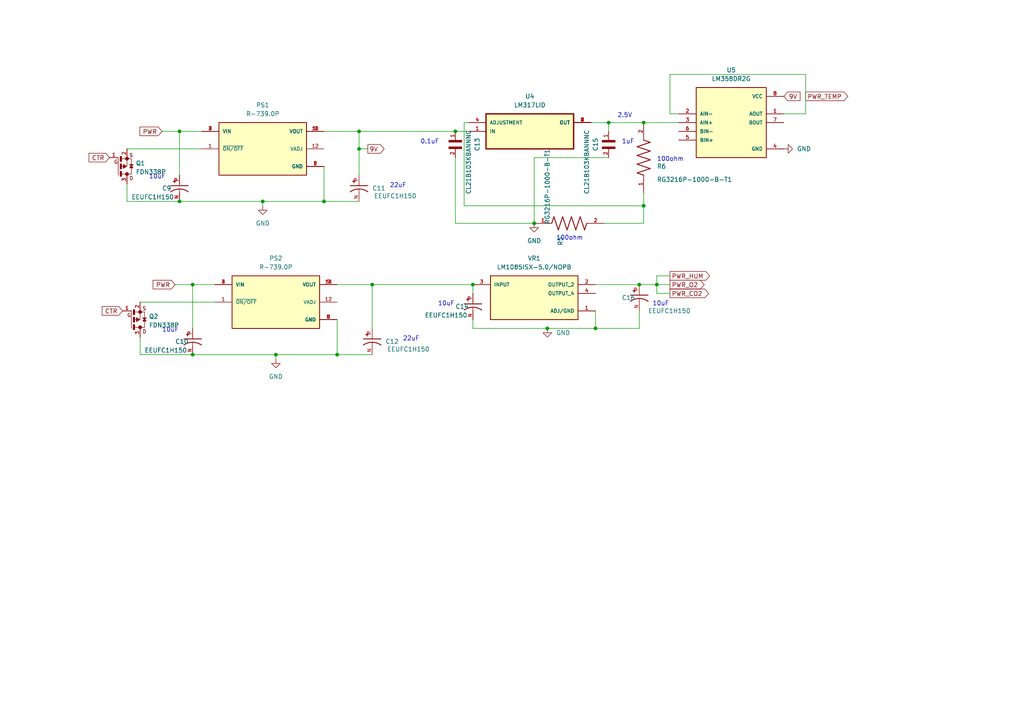
<source format=kicad_sch>
(kicad_sch (version 20211123) (generator eeschema)

  (uuid 20c6298d-9b7e-4eb8-9818-85d3b3851f75)

  (paper "A4")

  (title_block
    (title "Conversores")
    (date "2023-06-18")
    (company "UC3M")
    (comment 1 "En la parte inferior se muestra la alimentación de 5V estables para el resto de sensores de hoja.")
    (comment 2 "También, se muestra la alimentación de los amplificadores operacionales (9V).")
    (comment 3 "En el superior se muestra la alimentación del sensor de temperatura que necesita 2.5V de forma estable.")
    (comment 4 "Se utilizan dos conversores para alimentar de forma adecuada todo el sistema.")
  )

  (lib_symbols
    (symbol "CL21B103KBANNNC:CL21B103KBANNNC" (pin_names (offset 1.016)) (in_bom yes) (on_board yes)
      (property "Reference" "C" (id 0) (at 0 3.81 0)
        (effects (font (size 1.27 1.27)) (justify left bottom))
      )
      (property "Value" "CL21B103KBANNNC" (id 1) (at 0 -5.08 0)
        (effects (font (size 1.27 1.27)) (justify left bottom))
      )
      (property "Footprint" "CAPC2012X140N" (id 2) (at 0 0 0)
        (effects (font (size 1.27 1.27)) (justify bottom) hide)
      )
      (property "Datasheet" "" (id 3) (at 0 0 0)
        (effects (font (size 1.27 1.27)) hide)
      )
      (symbol "CL21B103KBANNNC_0_0"
        (rectangle (start 0 -1.905) (end 0.635 1.905)
          (stroke (width 0.1) (type default) (color 0 0 0 0))
          (fill (type outline))
        )
        (rectangle (start 1.905 -1.905) (end 2.54 1.905)
          (stroke (width 0.1) (type default) (color 0 0 0 0))
          (fill (type outline))
        )
        (pin passive line (at 5.08 0 180) (length 2.54)
          (name "~" (effects (font (size 1.016 1.016))))
          (number "1" (effects (font (size 1.016 1.016))))
        )
        (pin passive line (at -2.54 0 0) (length 2.54)
          (name "~" (effects (font (size 1.016 1.016))))
          (number "2" (effects (font (size 1.016 1.016))))
        )
      )
    )
    (symbol "EEUFC1H150:EEUFC1H150" (pin_names (offset 1.016)) (in_bom yes) (on_board yes)
      (property "Reference" "C" (id 0) (at -2.54 3.81 0)
        (effects (font (size 1.27 1.27)) (justify left bottom))
      )
      (property "Value" "EEUFC1H150" (id 1) (at -2.54 -5.08 0)
        (effects (font (size 1.27 1.27)) (justify left bottom))
      )
      (property "Footprint" "CAPPRD200W50D500H1100" (id 2) (at 0 0 0)
        (effects (font (size 1.27 1.27)) (justify bottom) hide)
      )
      (property "Datasheet" "" (id 3) (at 0 0 0)
        (effects (font (size 1.27 1.27)) hide)
      )
      (property "MF" "PANASONIC" (id 4) (at 0 0 0)
        (effects (font (size 1.27 1.27)) (justify bottom) hide)
      )
      (property "b_max" "0.55" (id 5) (at 0 0 0)
        (effects (font (size 1.27 1.27)) (justify bottom) hide)
      )
      (property "DESCRIPTION" "FC-A" (id 6) (at 0 0 0)
        (effects (font (size 1.27 1.27)) (justify bottom) hide)
      )
      (property "b_nom" "0.5" (id 7) (at 0 0 0)
        (effects (font (size 1.27 1.27)) (justify bottom) hide)
      )
      (property "PARTREV" "20-DEC-19" (id 8) (at 0 0 0)
        (effects (font (size 1.27 1.27)) (justify bottom) hide)
      )
      (property "A_max" "11" (id 9) (at 0 0 0)
        (effects (font (size 1.27 1.27)) (justify bottom) hide)
      )
      (property "D_nom" "5" (id 10) (at 0 0 0)
        (effects (font (size 1.27 1.27)) (justify bottom) hide)
      )
      (property "e_nom" "2" (id 11) (at 0 0 0)
        (effects (font (size 1.27 1.27)) (justify bottom) hide)
      )
      (symbol "EEUFC1H150_0_0"
        (rectangle (start -1.173 -1.532) (end -0.284 -1.405)
          (stroke (width 0.1) (type default) (color 0 0 0 0))
          (fill (type outline))
        )
        (rectangle (start -0.792 -1.913) (end -0.665 -1.024)
          (stroke (width 0.1) (type default) (color 0 0 0 0))
          (fill (type outline))
        )
        (polyline
          (pts
            (xy 0 0)
            (xy 0.508 0)
          )
          (stroke (width 0.1524) (type default) (color 0 0 0 0))
          (fill (type none))
        )
        (polyline
          (pts
            (xy 0.508 0)
            (xy 0.508 -2.54)
          )
          (stroke (width 0.254) (type default) (color 0 0 0 0))
          (fill (type none))
        )
        (polyline
          (pts
            (xy 0.508 2.54)
            (xy 0.508 0)
          )
          (stroke (width 0.254) (type default) (color 0 0 0 0))
          (fill (type none))
        )
        (polyline
          (pts
            (xy 2.54 0)
            (xy 1.524 0)
          )
          (stroke (width 0.1524) (type default) (color 0 0 0 0))
          (fill (type none))
        )
        (arc (start 2.286 2.54) (mid 1.4851 0) (end 2.286 -2.54)
          (stroke (width 0.254) (type default) (color 0 0 0 0))
          (fill (type none))
        )
        (pin passive line (at 5.08 0 180) (length 2.54)
          (name "~" (effects (font (size 1.016 1.016))))
          (number "N" (effects (font (size 1.016 1.016))))
        )
        (pin passive line (at -2.54 0 0) (length 2.54)
          (name "~" (effects (font (size 1.016 1.016))))
          (number "P" (effects (font (size 1.016 1.016))))
        )
      )
    )
    (symbol "FDN338P:FDN338P" (pin_names (offset 1.016)) (in_bom yes) (on_board yes)
      (property "Reference" "Q" (id 0) (at 2.5409 0 0)
        (effects (font (size 1.27 1.27)) (justify left bottom))
      )
      (property "Value" "FDN338P" (id 1) (at 2.5438 -2.5438 0)
        (effects (font (size 1.27 1.27)) (justify left bottom))
      )
      (property "Footprint" "SSOT-3" (id 2) (at 0 0 0)
        (effects (font (size 1.27 1.27)) (justify bottom) hide)
      )
      (property "Datasheet" "" (id 3) (at 0 0 0)
        (effects (font (size 1.27 1.27)) hide)
      )
      (symbol "FDN338P_0_0"
        (rectangle (start -2.036 -2.9268) (end -1.524 -1.397)
          (stroke (width 0.1) (type default) (color 0 0 0 0))
          (fill (type outline))
        )
        (rectangle (start -2.0328 -0.7623) (end -1.524 0.762)
          (stroke (width 0.1) (type default) (color 0 0 0 0))
          (fill (type outline))
        )
        (rectangle (start -2.0327 1.3975) (end -1.524 2.921)
          (stroke (width 0.1) (type default) (color 0 0 0 0))
          (fill (type outline))
        )
        (circle (center 0 -2.2225) (radius 0.127)
          (stroke (width 0.4064) (type default) (color 0 0 0 0))
          (fill (type none))
        )
        (polyline
          (pts
            (xy -2.54 -2.54)
            (xy -2.54 2.54)
          )
          (stroke (width 0.1524) (type default) (color 0 0 0 0))
          (fill (type none))
        )
        (polyline
          (pts
            (xy -1.905 -2.2225)
            (xy 0 -2.2225)
          )
          (stroke (width 0.1524) (type default) (color 0 0 0 0))
          (fill (type none))
        )
        (polyline
          (pts
            (xy -1.5875 2.2225)
            (xy 0 2.2225)
          )
          (stroke (width 0.1524) (type default) (color 0 0 0 0))
          (fill (type none))
        )
        (polyline
          (pts
            (xy -1.0795 0)
            (xy -1.905 0)
          )
          (stroke (width 0.1524) (type default) (color 0 0 0 0))
          (fill (type none))
        )
        (polyline
          (pts
            (xy 0 -2.2225)
            (xy 0 -2.54)
          )
          (stroke (width 0.1524) (type default) (color 0 0 0 0))
          (fill (type none))
        )
        (polyline
          (pts
            (xy 0 0)
            (xy 0 -2.2225)
          )
          (stroke (width 0.1524) (type default) (color 0 0 0 0))
          (fill (type none))
        )
        (polyline
          (pts
            (xy 0 2.2225)
            (xy 1.27 2.2225)
          )
          (stroke (width 0.1524) (type default) (color 0 0 0 0))
          (fill (type none))
        )
        (polyline
          (pts
            (xy 0 2.54)
            (xy 0 2.2225)
          )
          (stroke (width 0.1524) (type default) (color 0 0 0 0))
          (fill (type none))
        )
        (polyline
          (pts
            (xy 1.27 -2.2225)
            (xy 0 -2.2225)
          )
          (stroke (width 0.1524) (type default) (color 0 0 0 0))
          (fill (type none))
        )
        (polyline
          (pts
            (xy 1.27 2.2225)
            (xy 1.27 -2.2225)
          )
          (stroke (width 0.1524) (type default) (color 0 0 0 0))
          (fill (type none))
        )
        (polyline
          (pts
            (xy -0.0635 0)
            (xy -1.0795 -0.635)
            (xy -1.0795 0.635)
            (xy -0.0635 0)
          )
          (stroke (width 0.1016) (type default) (color 0 0 0 0))
          (fill (type outline))
        )
        (polyline
          (pts
            (xy 1.27 -0.3175)
            (xy 1.778 0.4445)
            (xy 0.762 0.4445)
            (xy 1.27 -0.3175)
          )
          (stroke (width 0.1524) (type default) (color 0 0 0 0))
          (fill (type outline))
        )
        (circle (center 0 2.2225) (radius 0.127)
          (stroke (width 0.4064) (type default) (color 0 0 0 0))
          (fill (type none))
        )
        (rectangle (start 0.7623 -0.5717) (end 1.778 -0.3175)
          (stroke (width 0.1) (type default) (color 0 0 0 0))
          (fill (type outline))
        )
        (text "D" (at 0.6355 2.8596 0)
          (effects (font (size 1.0168 1.0168)) (justify left bottom))
        )
        (text "G" (at -3.8111 -1.9055 0)
          (effects (font (size 1.0163 1.0163)) (justify left bottom))
        )
        (text "S" (at 0.6359 -3.8153 0)
          (effects (font (size 1.0174 1.0174)) (justify left bottom))
        )
        (pin passive line (at -5.08 -2.54 0) (length 2.54)
          (name "~" (effects (font (size 1.016 1.016))))
          (number "1" (effects (font (size 1.016 1.016))))
        )
        (pin passive line (at 0 -5.08 90) (length 2.54)
          (name "~" (effects (font (size 1.016 1.016))))
          (number "2" (effects (font (size 1.016 1.016))))
        )
        (pin passive line (at 0 5.08 270) (length 2.54)
          (name "~" (effects (font (size 1.016 1.016))))
          (number "3" (effects (font (size 1.016 1.016))))
        )
      )
    )
    (symbol "LM1085ISX-5.0_NOPB:LM1085ISX-5.0{slash}NOPB" (pin_names (offset 1.016)) (in_bom yes) (on_board yes)
      (property "Reference" "VR" (id 0) (at -12.7 5.842 0)
        (effects (font (size 1.27 1.27)) (justify left bottom))
      )
      (property "Value" "LM1085ISX-5.0{slash}NOPB" (id 1) (at -12.7 -8.382 0)
        (effects (font (size 1.27 1.27)) (justify left top))
      )
      (property "Footprint" "TO254P1435X464-4N" (id 2) (at 0 0 0)
        (effects (font (size 1.27 1.27)) (justify bottom) hide)
      )
      (property "Datasheet" "" (id 3) (at 0 0 0)
        (effects (font (size 1.27 1.27)) hide)
      )
      (property "PARTREV" "I" (id 4) (at 0 0 0)
        (effects (font (size 1.27 1.27)) (justify bottom) hide)
      )
      (property "STANDARD" "IPC-7351B" (id 5) (at 0 0 0)
        (effects (font (size 1.27 1.27)) (justify bottom) hide)
      )
      (property "MAXIMUM_PACKAGE_HEIGHT" "4.64 mm" (id 6) (at 0 0 0)
        (effects (font (size 1.27 1.27)) (justify bottom) hide)
      )
      (property "MANUFACTURER" "Texas Instruments" (id 7) (at 0 0 0)
        (effects (font (size 1.27 1.27)) (justify bottom) hide)
      )
      (symbol "LM1085ISX-5.0{slash}NOPB_0_0"
        (rectangle (start -12.7 -7.62) (end 12.7 5.08)
          (stroke (width 0.254) (type default) (color 0 0 0 0))
          (fill (type background))
        )
        (pin power_in line (at 17.78 -5.08 180) (length 5.08)
          (name "ADJ/GND" (effects (font (size 1.016 1.016))))
          (number "1" (effects (font (size 1.016 1.016))))
        )
        (pin output line (at 17.78 2.54 180) (length 5.08)
          (name "OUTPUT_2" (effects (font (size 1.016 1.016))))
          (number "2" (effects (font (size 1.016 1.016))))
        )
        (pin input line (at -17.78 2.54 0) (length 5.08)
          (name "INPUT" (effects (font (size 1.016 1.016))))
          (number "3" (effects (font (size 1.016 1.016))))
        )
        (pin output line (at 17.78 0 180) (length 5.08)
          (name "OUTPUT_4" (effects (font (size 1.016 1.016))))
          (number "4" (effects (font (size 1.016 1.016))))
        )
      )
    )
    (symbol "LM317LID:LM317LID" (pin_names (offset 1.016)) (in_bom yes) (on_board yes)
      (property "Reference" "U" (id 0) (at -12.7 6.08 0)
        (effects (font (size 1.27 1.27)) (justify left bottom))
      )
      (property "Value" "LM317LID" (id 1) (at -12.7 -9.08 0)
        (effects (font (size 1.27 1.27)) (justify left bottom))
      )
      (property "Footprint" "SOIC127P599X175-8N" (id 2) (at 0 0 0)
        (effects (font (size 1.27 1.27)) (justify bottom) hide)
      )
      (property "Datasheet" "" (id 3) (at 0 0 0)
        (effects (font (size 1.27 1.27)) hide)
      )
      (symbol "LM317LID_0_0"
        (rectangle (start -12.7 -5.08) (end 12.7 5.08)
          (stroke (width 0.41) (type default) (color 0 0 0 0))
          (fill (type background))
        )
        (pin input line (at -17.78 0 0) (length 5.08)
          (name "IN" (effects (font (size 1.016 1.016))))
          (number "1" (effects (font (size 1.016 1.016))))
        )
        (pin output line (at 17.78 2.54 180) (length 5.08)
          (name "OUT" (effects (font (size 1.016 1.016))))
          (number "2" (effects (font (size 1.016 1.016))))
        )
        (pin output line (at 17.78 2.54 180) (length 5.08)
          (name "OUT" (effects (font (size 1.016 1.016))))
          (number "3" (effects (font (size 1.016 1.016))))
        )
        (pin input line (at -17.78 2.54 0) (length 5.08)
          (name "ADJUSTMENT" (effects (font (size 1.016 1.016))))
          (number "4" (effects (font (size 1.016 1.016))))
        )
        (pin output line (at 17.78 2.54 180) (length 5.08)
          (name "OUT" (effects (font (size 1.016 1.016))))
          (number "6" (effects (font (size 1.016 1.016))))
        )
        (pin output line (at 17.78 2.54 180) (length 5.08)
          (name "OUT" (effects (font (size 1.016 1.016))))
          (number "7" (effects (font (size 1.016 1.016))))
        )
      )
    )
    (symbol "LM358DR2G:LM358DR2G" (pin_names (offset 1.016)) (in_bom yes) (on_board yes)
      (property "Reference" "U" (id 0) (at -10.1755 10.1755 0)
        (effects (font (size 1.27 1.27)) (justify left bottom))
      )
      (property "Value" "LM358DR2G" (id 1) (at -10.1775 -12.7219 0)
        (effects (font (size 1.27 1.27)) (justify left bottom))
      )
      (property "Footprint" "SOIC127P600X175-8N" (id 2) (at 0 0 0)
        (effects (font (size 1.27 1.27)) (justify bottom) hide)
      )
      (property "Datasheet" "" (id 3) (at 0 0 0)
        (effects (font (size 1.27 1.27)) hide)
      )
      (property "MANUFACTURER" "ON Semiconductor" (id 4) (at 0 0 0)
        (effects (font (size 1.27 1.27)) (justify bottom) hide)
      )
      (symbol "LM358DR2G_0_0"
        (rectangle (start -10.16 -10.16) (end 10.16 10.16)
          (stroke (width 0.254) (type default) (color 0 0 0 0))
          (fill (type background))
        )
        (pin output line (at 15.24 2.54 180) (length 5.08)
          (name "AOUT" (effects (font (size 1.016 1.016))))
          (number "1" (effects (font (size 1.016 1.016))))
        )
        (pin input line (at -15.24 2.54 0) (length 5.08)
          (name "AIN-" (effects (font (size 1.016 1.016))))
          (number "2" (effects (font (size 1.016 1.016))))
        )
        (pin input line (at -15.24 0 0) (length 5.08)
          (name "AIN+" (effects (font (size 1.016 1.016))))
          (number "3" (effects (font (size 1.016 1.016))))
        )
        (pin passive line (at 15.24 -7.62 180) (length 5.08)
          (name "GND" (effects (font (size 1.016 1.016))))
          (number "4" (effects (font (size 1.016 1.016))))
        )
        (pin input line (at -15.24 -5.08 0) (length 5.08)
          (name "BIN+" (effects (font (size 1.016 1.016))))
          (number "5" (effects (font (size 1.016 1.016))))
        )
        (pin input line (at -15.24 -2.54 0) (length 5.08)
          (name "BIN-" (effects (font (size 1.016 1.016))))
          (number "6" (effects (font (size 1.016 1.016))))
        )
        (pin output line (at 15.24 0 180) (length 5.08)
          (name "BOUT" (effects (font (size 1.016 1.016))))
          (number "7" (effects (font (size 1.016 1.016))))
        )
        (pin power_in line (at 15.24 7.62 180) (length 5.08)
          (name "VCC" (effects (font (size 1.016 1.016))))
          (number "8" (effects (font (size 1.016 1.016))))
        )
      )
    )
    (symbol "R-739.0P:R-739.0P" (pin_names (offset 1.016)) (in_bom yes) (on_board yes)
      (property "Reference" "PS" (id 0) (at -12.7039 8.8979 0)
        (effects (font (size 1.27 1.27)) (justify left bottom))
      )
      (property "Value" "R-739.0P" (id 1) (at -12.7014 -10.1627 0)
        (effects (font (size 1.27 1.27)) (justify left bottom))
      )
      (property "Footprint" "CONV_R-739.0P" (id 2) (at 0 0 0)
        (effects (font (size 1.27 1.27)) (justify bottom) hide)
      )
      (property "Datasheet" "" (id 3) (at 0 0 0)
        (effects (font (size 1.27 1.27)) hide)
      )
      (property "PARTREV" "5" (id 4) (at 0 0 0)
        (effects (font (size 1.27 1.27)) (justify bottom) hide)
      )
      (property "STANDARD" "Manufacturer Recommendations" (id 5) (at 0 0 0)
        (effects (font (size 1.27 1.27)) (justify bottom) hide)
      )
      (property "MAXIMUM_PACKAGE_HEIGHT" "15.00mm" (id 6) (at 0 0 0)
        (effects (font (size 1.27 1.27)) (justify bottom) hide)
      )
      (property "MANUFACTURER" "RECOM" (id 7) (at 0 0 0)
        (effects (font (size 1.27 1.27)) (justify bottom) hide)
      )
      (symbol "R-739.0P_0_0"
        (rectangle (start -12.7 -7.62) (end 12.7 7.62)
          (stroke (width 0.254) (type default) (color 0 0 0 0))
          (fill (type background))
        )
        (pin input line (at -17.78 0 0) (length 5.08)
          (name "~{ON/OFF}" (effects (font (size 1.016 1.016))))
          (number "1" (effects (font (size 1.016 1.016))))
        )
        (pin output line (at 17.78 5.08 180) (length 5.08)
          (name "VOUT" (effects (font (size 1.016 1.016))))
          (number "10" (effects (font (size 1.016 1.016))))
        )
        (pin output line (at 17.78 5.08 180) (length 5.08)
          (name "VOUT" (effects (font (size 1.016 1.016))))
          (number "11" (effects (font (size 1.016 1.016))))
        )
        (pin passive line (at 17.78 0 180) (length 5.08)
          (name "VADJ" (effects (font (size 1.016 1.016))))
          (number "12" (effects (font (size 1.016 1.016))))
        )
        (pin input line (at -17.78 5.08 0) (length 5.08)
          (name "VIN" (effects (font (size 1.016 1.016))))
          (number "2" (effects (font (size 1.016 1.016))))
        )
        (pin input line (at -17.78 5.08 0) (length 5.08)
          (name "VIN" (effects (font (size 1.016 1.016))))
          (number "3" (effects (font (size 1.016 1.016))))
        )
        (pin input line (at -17.78 5.08 0) (length 5.08)
          (name "VIN" (effects (font (size 1.016 1.016))))
          (number "4" (effects (font (size 1.016 1.016))))
        )
        (pin power_in line (at 17.78 -5.08 180) (length 5.08)
          (name "GND" (effects (font (size 1.016 1.016))))
          (number "5" (effects (font (size 1.016 1.016))))
        )
        (pin power_in line (at 17.78 -5.08 180) (length 5.08)
          (name "GND" (effects (font (size 1.016 1.016))))
          (number "6" (effects (font (size 1.016 1.016))))
        )
        (pin power_in line (at 17.78 -5.08 180) (length 5.08)
          (name "GND" (effects (font (size 1.016 1.016))))
          (number "7" (effects (font (size 1.016 1.016))))
        )
        (pin power_in line (at 17.78 -5.08 180) (length 5.08)
          (name "GND" (effects (font (size 1.016 1.016))))
          (number "8" (effects (font (size 1.016 1.016))))
        )
        (pin output line (at 17.78 5.08 180) (length 5.08)
          (name "VOUT" (effects (font (size 1.016 1.016))))
          (number "9" (effects (font (size 1.016 1.016))))
        )
      )
    )
    (symbol "RG3216P-1000-B-T1:RG3216P-1000-B-T1" (pin_names (offset 1.016)) (in_bom yes) (on_board yes)
      (property "Reference" "R" (id 0) (at -7.6244 2.5415 0)
        (effects (font (size 1.27 1.27)) (justify left bottom))
      )
      (property "Value" "RG3216P-1000-B-T1" (id 1) (at -7.63 -5.0866 0)
        (effects (font (size 1.27 1.27)) (justify left bottom))
      )
      (property "Footprint" "RESC3216X50N" (id 2) (at 0 0 0)
        (effects (font (size 1.27 1.27)) (justify bottom) hide)
      )
      (property "Datasheet" "" (id 3) (at 0 0 0)
        (effects (font (size 1.27 1.27)) hide)
      )
      (symbol "RG3216P-1000-B-T1_0_0"
        (polyline
          (pts
            (xy -5.08 0)
            (xy -4.445 1.905)
          )
          (stroke (width 0.254) (type default) (color 0 0 0 0))
          (fill (type none))
        )
        (polyline
          (pts
            (xy -4.445 1.905)
            (xy -3.175 -1.905)
          )
          (stroke (width 0.254) (type default) (color 0 0 0 0))
          (fill (type none))
        )
        (polyline
          (pts
            (xy -3.175 -1.905)
            (xy -1.905 1.905)
          )
          (stroke (width 0.254) (type default) (color 0 0 0 0))
          (fill (type none))
        )
        (polyline
          (pts
            (xy -1.905 1.905)
            (xy -0.635 -1.905)
          )
          (stroke (width 0.254) (type default) (color 0 0 0 0))
          (fill (type none))
        )
        (polyline
          (pts
            (xy -0.635 -1.905)
            (xy 0.635 1.905)
          )
          (stroke (width 0.254) (type default) (color 0 0 0 0))
          (fill (type none))
        )
        (polyline
          (pts
            (xy 0.635 1.905)
            (xy 1.905 -1.905)
          )
          (stroke (width 0.254) (type default) (color 0 0 0 0))
          (fill (type none))
        )
        (polyline
          (pts
            (xy 1.905 -1.905)
            (xy 3.175 1.905)
          )
          (stroke (width 0.254) (type default) (color 0 0 0 0))
          (fill (type none))
        )
        (polyline
          (pts
            (xy 3.175 1.905)
            (xy 4.445 -1.905)
          )
          (stroke (width 0.254) (type default) (color 0 0 0 0))
          (fill (type none))
        )
        (polyline
          (pts
            (xy 4.445 -1.905)
            (xy 5.08 0)
          )
          (stroke (width 0.254) (type default) (color 0 0 0 0))
          (fill (type none))
        )
        (pin passive line (at -10.16 0 0) (length 5.08)
          (name "~" (effects (font (size 1.016 1.016))))
          (number "1" (effects (font (size 1.016 1.016))))
        )
        (pin passive line (at 10.16 0 180) (length 5.08)
          (name "~" (effects (font (size 1.016 1.016))))
          (number "2" (effects (font (size 1.016 1.016))))
        )
      )
    )
    (symbol "power:GND" (power) (pin_names (offset 0)) (in_bom yes) (on_board yes)
      (property "Reference" "#PWR" (id 0) (at 0 -6.35 0)
        (effects (font (size 1.27 1.27)) hide)
      )
      (property "Value" "GND" (id 1) (at 0 -3.81 0)
        (effects (font (size 1.27 1.27)))
      )
      (property "Footprint" "" (id 2) (at 0 0 0)
        (effects (font (size 1.27 1.27)) hide)
      )
      (property "Datasheet" "" (id 3) (at 0 0 0)
        (effects (font (size 1.27 1.27)) hide)
      )
      (property "ki_keywords" "power-flag" (id 4) (at 0 0 0)
        (effects (font (size 1.27 1.27)) hide)
      )
      (property "ki_description" "Power symbol creates a global label with name \"GND\" , ground" (id 5) (at 0 0 0)
        (effects (font (size 1.27 1.27)) hide)
      )
      (symbol "GND_0_1"
        (polyline
          (pts
            (xy 0 0)
            (xy 0 -1.27)
            (xy 1.27 -1.27)
            (xy 0 -2.54)
            (xy -1.27 -1.27)
            (xy 0 -1.27)
          )
          (stroke (width 0) (type default) (color 0 0 0 0))
          (fill (type none))
        )
      )
      (symbol "GND_1_1"
        (pin power_in line (at 0 0 270) (length 0) hide
          (name "GND" (effects (font (size 1.27 1.27))))
          (number "1" (effects (font (size 1.27 1.27))))
        )
      )
    )
  )

  (junction (at 104.14 43.18) (diameter 0) (color 0 0 0 0)
    (uuid 09139c6f-4704-4bb8-999c-05e8269bbc91)
  )
  (junction (at 97.79 102.87) (diameter 0) (color 0 0 0 0)
    (uuid 0eb018bd-1db8-4f5d-b7e3-fcc1f6a1ef43)
  )
  (junction (at 185.42 82.55) (diameter 0) (color 0 0 0 0)
    (uuid 21aa3389-4205-496c-9153-72732bb0b167)
  )
  (junction (at 172.72 95.25) (diameter 0) (color 0 0 0 0)
    (uuid 247806b6-8c4e-4d00-9832-6b66e70de8c2)
  )
  (junction (at 154.94 64.77) (diameter 0) (color 0 0 0 0)
    (uuid 48ba6512-c8e1-4f57-9574-33e7da058265)
  )
  (junction (at 176.53 35.56) (diameter 0) (color 0 0 0 0)
    (uuid 4fdc747d-eda4-4737-8ce5-6764a02be7e5)
  )
  (junction (at 132.08 38.1) (diameter 0) (color 0 0 0 0)
    (uuid 51f402c5-e7c1-4865-b940-2b75c938859d)
  )
  (junction (at 137.16 82.55) (diameter 0) (color 0 0 0 0)
    (uuid 697ded38-d13c-46ec-9308-b18989817ef7)
  )
  (junction (at 158.75 95.25) (diameter 0) (color 0 0 0 0)
    (uuid 6f8e6d80-5fd8-47f5-a047-145cf4c2d230)
  )
  (junction (at 55.88 82.55) (diameter 0) (color 0 0 0 0)
    (uuid 80f75b6e-4925-468b-8e2b-698064806518)
  )
  (junction (at 104.14 38.1) (diameter 0) (color 0 0 0 0)
    (uuid 986374b0-6eb6-48fb-89bb-3cd71a30ee78)
  )
  (junction (at 93.98 58.42) (diameter 0) (color 0 0 0 0)
    (uuid a2a354be-fb5d-4145-8fea-bcc5c6962985)
  )
  (junction (at 186.69 59.69) (diameter 0) (color 0 0 0 0)
    (uuid aad9d7cf-5923-491a-8fde-eeea6f0570a1)
  )
  (junction (at 80.01 102.87) (diameter 0) (color 0 0 0 0)
    (uuid ad35e48f-2b60-4965-a552-e01e414d4900)
  )
  (junction (at 52.07 58.42) (diameter 0) (color 0 0 0 0)
    (uuid ada3764d-d193-4485-88b8-5b34ea580fb3)
  )
  (junction (at 186.69 35.56) (diameter 0) (color 0 0 0 0)
    (uuid b063a47b-a25c-4673-bb03-5b1605ee1723)
  )
  (junction (at 107.95 82.55) (diameter 0) (color 0 0 0 0)
    (uuid b7ad4097-9602-4ce2-ab94-3e018c575cc4)
  )
  (junction (at 190.5 82.55) (diameter 0) (color 0 0 0 0)
    (uuid c57fff1e-9169-4016-8bca-0be8bc46ca45)
  )
  (junction (at 76.2 58.42) (diameter 0) (color 0 0 0 0)
    (uuid efce5d69-f787-4b8d-83a7-d569d4d68d6b)
  )
  (junction (at 52.07 38.1) (diameter 0) (color 0 0 0 0)
    (uuid f3d8b89c-110e-44c2-99e5-a88d3df0faee)
  )
  (junction (at 55.88 102.87) (diameter 0) (color 0 0 0 0)
    (uuid f3dbd74b-ac86-4b2c-9a37-3a07a721dbb9)
  )

  (wire (pts (xy 52.07 58.42) (xy 76.2 58.42))
    (stroke (width 0) (type default) (color 0 0 0 0))
    (uuid 03139563-269b-4cc0-8ff0-b936781f29c7)
  )
  (wire (pts (xy 186.69 64.77) (xy 186.69 59.69))
    (stroke (width 0) (type default) (color 0 0 0 0))
    (uuid 040229e7-3112-4081-a741-e5a21eaeeb74)
  )
  (wire (pts (xy 52.07 50.8) (xy 52.07 38.1))
    (stroke (width 0) (type default) (color 0 0 0 0))
    (uuid 063624f7-911c-4701-a7a5-6e671014e31d)
  )
  (wire (pts (xy 97.79 82.55) (xy 107.95 82.55))
    (stroke (width 0) (type default) (color 0 0 0 0))
    (uuid 06aaa55c-b1cf-49ed-bdb3-f64c09295935)
  )
  (wire (pts (xy 80.01 102.87) (xy 97.79 102.87))
    (stroke (width 0) (type default) (color 0 0 0 0))
    (uuid 1824ad9e-9ae7-4cc3-96bd-c28ef07f0c72)
  )
  (wire (pts (xy 185.42 95.25) (xy 172.72 95.25))
    (stroke (width 0) (type default) (color 0 0 0 0))
    (uuid 18af04f8-9aa1-4df8-8cb4-7fe30f6b15e0)
  )
  (wire (pts (xy 172.72 95.25) (xy 158.75 95.25))
    (stroke (width 0) (type default) (color 0 0 0 0))
    (uuid 1a438c78-4d7a-42e7-be1a-c41357edabd9)
  )
  (wire (pts (xy 97.79 92.71) (xy 97.79 102.87))
    (stroke (width 0) (type default) (color 0 0 0 0))
    (uuid 2209867c-cf53-44f4-989d-9fa22d2ccd3a)
  )
  (wire (pts (xy 40.64 87.63) (xy 62.23 87.63))
    (stroke (width 0) (type default) (color 0 0 0 0))
    (uuid 2c16d44e-62f1-4893-a94b-429494654e60)
  )
  (wire (pts (xy 186.69 59.69) (xy 186.69 55.88))
    (stroke (width 0) (type default) (color 0 0 0 0))
    (uuid 31dc9139-a68a-4953-9663-7c31e55b9b17)
  )
  (wire (pts (xy 154.94 45.72) (xy 154.94 64.77))
    (stroke (width 0) (type default) (color 0 0 0 0))
    (uuid 37cb41d7-938c-4f3c-90eb-06db59c27093)
  )
  (wire (pts (xy 55.88 95.25) (xy 55.88 82.55))
    (stroke (width 0) (type default) (color 0 0 0 0))
    (uuid 385e5349-952d-45f9-a0d9-643f1419a212)
  )
  (wire (pts (xy 52.07 38.1) (xy 58.42 38.1))
    (stroke (width 0) (type default) (color 0 0 0 0))
    (uuid 3ada8209-b532-4538-82a3-53c32610af37)
  )
  (wire (pts (xy 76.2 58.42) (xy 93.98 58.42))
    (stroke (width 0) (type default) (color 0 0 0 0))
    (uuid 3c3a91b1-6691-4486-82c8-726057b6b924)
  )
  (wire (pts (xy 104.14 38.1) (xy 132.08 38.1))
    (stroke (width 0) (type default) (color 0 0 0 0))
    (uuid 41a39c35-6751-4407-8423-fbf241785a02)
  )
  (wire (pts (xy 190.5 82.55) (xy 190.5 85.09))
    (stroke (width 0) (type default) (color 0 0 0 0))
    (uuid 4218a21a-6000-4334-81c7-29dada943fed)
  )
  (wire (pts (xy 194.31 21.59) (xy 233.68 21.59))
    (stroke (width 0) (type default) (color 0 0 0 0))
    (uuid 4812fc0c-d2a3-4c76-b095-5015d6fad652)
  )
  (wire (pts (xy 190.5 85.09) (xy 194.31 85.09))
    (stroke (width 0) (type default) (color 0 0 0 0))
    (uuid 4a629d8f-91da-470b-898e-060f1e679869)
  )
  (wire (pts (xy 175.26 64.77) (xy 186.69 64.77))
    (stroke (width 0) (type default) (color 0 0 0 0))
    (uuid 4ae17c21-2f1d-4b18-8df5-560871ab96f7)
  )
  (wire (pts (xy 107.95 82.55) (xy 107.95 95.25))
    (stroke (width 0) (type default) (color 0 0 0 0))
    (uuid 55fcda67-cb8a-4c32-803d-f3df874674e0)
  )
  (wire (pts (xy 36.83 43.18) (xy 58.42 43.18))
    (stroke (width 0) (type default) (color 0 0 0 0))
    (uuid 583b80b5-4593-4aff-a6d1-6d830986aa97)
  )
  (wire (pts (xy 93.98 48.26) (xy 93.98 58.42))
    (stroke (width 0) (type default) (color 0 0 0 0))
    (uuid 5df8e743-99bd-490d-ba44-b35691e4a156)
  )
  (wire (pts (xy 104.14 43.18) (xy 104.14 50.8))
    (stroke (width 0) (type default) (color 0 0 0 0))
    (uuid 6167ae66-e5a1-4a16-9ddf-965ad911ddb6)
  )
  (wire (pts (xy 172.72 90.17) (xy 172.72 95.25))
    (stroke (width 0) (type default) (color 0 0 0 0))
    (uuid 6681af91-6502-4bc3-a015-67a8c702020f)
  )
  (wire (pts (xy 171.45 35.56) (xy 176.53 35.56))
    (stroke (width 0) (type default) (color 0 0 0 0))
    (uuid 69dcc505-eb84-4c98-8f7a-ed16a2e0f2c1)
  )
  (wire (pts (xy 176.53 45.72) (xy 154.94 45.72))
    (stroke (width 0) (type default) (color 0 0 0 0))
    (uuid 6c069ba7-8fb3-4bf2-b0b9-7d37843484c1)
  )
  (wire (pts (xy 132.08 64.77) (xy 154.94 64.77))
    (stroke (width 0) (type default) (color 0 0 0 0))
    (uuid 70687c47-351b-4971-8b03-4e8271c68855)
  )
  (wire (pts (xy 194.31 33.02) (xy 194.31 21.59))
    (stroke (width 0) (type default) (color 0 0 0 0))
    (uuid 70b03d22-2037-4575-aa1f-e05da18f3612)
  )
  (wire (pts (xy 172.72 82.55) (xy 185.42 82.55))
    (stroke (width 0) (type default) (color 0 0 0 0))
    (uuid 7559ed50-a789-4749-8627-ae8329fb99e4)
  )
  (wire (pts (xy 137.16 92.71) (xy 137.16 95.25))
    (stroke (width 0) (type default) (color 0 0 0 0))
    (uuid 7fb4d9db-4070-4ac5-afc3-e89d49de1c38)
  )
  (wire (pts (xy 104.14 38.1) (xy 104.14 43.18))
    (stroke (width 0) (type default) (color 0 0 0 0))
    (uuid 80902a1b-9aec-4869-8ce4-661cb94fea9d)
  )
  (wire (pts (xy 36.83 53.34) (xy 36.83 58.42))
    (stroke (width 0) (type default) (color 0 0 0 0))
    (uuid 80c1d772-f428-4f10-ba21-26c3092b4f48)
  )
  (wire (pts (xy 176.53 35.56) (xy 186.69 35.56))
    (stroke (width 0) (type default) (color 0 0 0 0))
    (uuid 8474a4d8-dd3a-47e3-8e95-8596d7b4df46)
  )
  (wire (pts (xy 176.53 35.56) (xy 176.53 38.1))
    (stroke (width 0) (type default) (color 0 0 0 0))
    (uuid 8747f22e-990f-404d-8d23-18821f6c572d)
  )
  (wire (pts (xy 80.01 102.87) (xy 80.01 104.14))
    (stroke (width 0) (type default) (color 0 0 0 0))
    (uuid 8767e04d-274f-4a89-888d-3e64b6e3e332)
  )
  (wire (pts (xy 190.5 80.01) (xy 194.31 80.01))
    (stroke (width 0) (type default) (color 0 0 0 0))
    (uuid 88bab95e-f0c2-460a-b790-7524b7b7c208)
  )
  (wire (pts (xy 185.42 82.55) (xy 190.5 82.55))
    (stroke (width 0) (type default) (color 0 0 0 0))
    (uuid 8eb5a89f-211d-4686-bbf1-5268c69d312b)
  )
  (wire (pts (xy 134.62 35.56) (xy 134.62 59.69))
    (stroke (width 0) (type default) (color 0 0 0 0))
    (uuid 9172c509-5453-44fd-8d55-5187f41bd8ff)
  )
  (wire (pts (xy 190.5 82.55) (xy 194.31 82.55))
    (stroke (width 0) (type default) (color 0 0 0 0))
    (uuid 997abed7-8191-4611-8349-5c16a9752759)
  )
  (wire (pts (xy 52.07 38.1) (xy 46.99 38.1))
    (stroke (width 0) (type default) (color 0 0 0 0))
    (uuid 9b0441ac-603d-4522-9ab7-50d179aa6df5)
  )
  (wire (pts (xy 190.5 80.01) (xy 190.5 82.55))
    (stroke (width 0) (type default) (color 0 0 0 0))
    (uuid a2599266-9387-453c-9714-a8533ecac4d3)
  )
  (wire (pts (xy 93.98 58.42) (xy 104.14 58.42))
    (stroke (width 0) (type default) (color 0 0 0 0))
    (uuid aa26e50f-25b4-4d7a-8706-31c94fc16f6c)
  )
  (wire (pts (xy 107.95 82.55) (xy 137.16 82.55))
    (stroke (width 0) (type default) (color 0 0 0 0))
    (uuid afe45e7e-191f-4e5f-9c75-aa3bb107228f)
  )
  (wire (pts (xy 36.83 58.42) (xy 52.07 58.42))
    (stroke (width 0) (type default) (color 0 0 0 0))
    (uuid b5e0605b-acf0-4f44-ba8a-4d3a22764999)
  )
  (wire (pts (xy 134.62 59.69) (xy 186.69 59.69))
    (stroke (width 0) (type default) (color 0 0 0 0))
    (uuid b6dfca2c-0415-4119-9679-4b4ef4435a15)
  )
  (wire (pts (xy 233.68 21.59) (xy 233.68 33.02))
    (stroke (width 0) (type default) (color 0 0 0 0))
    (uuid bbe3cb2f-c3a5-4c8d-9d48-11a61bed14bf)
  )
  (wire (pts (xy 233.68 33.02) (xy 227.33 33.02))
    (stroke (width 0) (type default) (color 0 0 0 0))
    (uuid bf4baee2-ac19-49b3-bc84-eb128e2d7227)
  )
  (wire (pts (xy 55.88 102.87) (xy 80.01 102.87))
    (stroke (width 0) (type default) (color 0 0 0 0))
    (uuid c5f2eab5-436e-4e98-8f0a-44735ad3af8c)
  )
  (wire (pts (xy 97.79 102.87) (xy 107.95 102.87))
    (stroke (width 0) (type default) (color 0 0 0 0))
    (uuid cba3b8a7-9a86-4821-b850-79807c61cc02)
  )
  (wire (pts (xy 104.14 43.18) (xy 106.68 43.18))
    (stroke (width 0) (type default) (color 0 0 0 0))
    (uuid cddeeb3d-008b-4847-a59e-5db96e7b073b)
  )
  (wire (pts (xy 132.08 45.72) (xy 132.08 64.77))
    (stroke (width 0) (type default) (color 0 0 0 0))
    (uuid d56fe083-f8ab-4732-9ccc-848c24452297)
  )
  (wire (pts (xy 132.08 38.1) (xy 135.89 38.1))
    (stroke (width 0) (type default) (color 0 0 0 0))
    (uuid dc20b372-79a2-401e-9e3e-7321c655d766)
  )
  (wire (pts (xy 55.88 82.55) (xy 50.8 82.55))
    (stroke (width 0) (type default) (color 0 0 0 0))
    (uuid dc3fd490-5a08-4edc-b6d7-37ff562b26d8)
  )
  (wire (pts (xy 40.64 102.87) (xy 55.88 102.87))
    (stroke (width 0) (type default) (color 0 0 0 0))
    (uuid dd3f2c72-bc79-49b4-a6ac-3a4624643c43)
  )
  (wire (pts (xy 137.16 82.55) (xy 137.16 85.09))
    (stroke (width 0) (type default) (color 0 0 0 0))
    (uuid df707c2c-4494-4470-b6e9-3a3938df715a)
  )
  (wire (pts (xy 137.16 95.25) (xy 158.75 95.25))
    (stroke (width 0) (type default) (color 0 0 0 0))
    (uuid e3b35b07-3dee-45cc-adf4-41c46de7e808)
  )
  (wire (pts (xy 186.69 35.56) (xy 196.85 35.56))
    (stroke (width 0) (type default) (color 0 0 0 0))
    (uuid e48a8855-5a7a-409d-b170-ff888205cda7)
  )
  (wire (pts (xy 185.42 90.17) (xy 185.42 95.25))
    (stroke (width 0) (type default) (color 0 0 0 0))
    (uuid ea7587e8-641e-4b9c-ab0f-308fa00ba54b)
  )
  (wire (pts (xy 55.88 82.55) (xy 62.23 82.55))
    (stroke (width 0) (type default) (color 0 0 0 0))
    (uuid f26a66f3-e02b-453c-82d1-873cfa18d497)
  )
  (wire (pts (xy 76.2 58.42) (xy 76.2 59.69))
    (stroke (width 0) (type default) (color 0 0 0 0))
    (uuid f3ffbe38-a987-4c5f-96c4-49d10fbed483)
  )
  (wire (pts (xy 40.64 97.79) (xy 40.64 102.87))
    (stroke (width 0) (type default) (color 0 0 0 0))
    (uuid f7f84049-ee41-4fb3-8b2f-8dcdf0bcbf6b)
  )
  (wire (pts (xy 93.98 38.1) (xy 104.14 38.1))
    (stroke (width 0) (type default) (color 0 0 0 0))
    (uuid f93d1c1d-957e-429a-83f7-d49aaea4eb7a)
  )
  (wire (pts (xy 134.62 35.56) (xy 135.89 35.56))
    (stroke (width 0) (type default) (color 0 0 0 0))
    (uuid fa382db8-bf9c-408b-ae0d-7d880db695b5)
  )
  (wire (pts (xy 196.85 33.02) (xy 194.31 33.02))
    (stroke (width 0) (type default) (color 0 0 0 0))
    (uuid fbc02acc-fcc4-48ba-be76-cd2e94d586da)
  )

  (text "10uF" (at 127 88.9 0)
    (effects (font (size 1.27 1.27)) (justify left bottom))
    (uuid 019371f8-11da-4938-9f34-12ebe4ee4238)
  )
  (text "22uF" (at 116.84 99.06 0)
    (effects (font (size 1.27 1.27)) (justify left bottom))
    (uuid 04040f39-f843-4480-bf89-82b5f3bbe613)
  )
  (text "22uF" (at 113.03 54.61 0)
    (effects (font (size 1.27 1.27)) (justify left bottom))
    (uuid 074c0301-82e9-44ee-a513-0088e1446d9e)
  )
  (text "10uF" (at 46.99 96.52 0)
    (effects (font (size 1.27 1.27)) (justify left bottom))
    (uuid 25b2446b-821a-49a7-ba19-18169c056b2c)
  )
  (text "1uF" (at 180.34 41.91 0)
    (effects (font (size 1.27 1.27)) (justify left bottom))
    (uuid 37549b05-65b4-44dc-a558-78de59e9f961)
  )
  (text "0.1uF" (at 121.92 41.91 0)
    (effects (font (size 1.27 1.27)) (justify left bottom))
    (uuid 4ffb70fe-9889-44e8-bed6-98426ffaa529)
  )
  (text "100ohm" (at 190.5 46.99 0)
    (effects (font (size 1.27 1.27)) (justify left bottom))
    (uuid 64ec106d-4560-4160-ace6-c92a4e7f6e06)
  )
  (text "2.5V" (at 179.07 34.29 0)
    (effects (font (size 1.27 1.27)) (justify left bottom))
    (uuid 6aa548df-22db-4792-b95f-51681f9ee6a9)
  )
  (text "100ohm" (at 161.29 69.85 0)
    (effects (font (size 1.27 1.27)) (justify left bottom))
    (uuid 9385be99-4b61-44d9-b4d4-e9a6e37ff08c)
  )
  (text "10uF" (at 43.18 52.07 0)
    (effects (font (size 1.27 1.27)) (justify left bottom))
    (uuid eabb1567-e1c8-4102-bd19-4ca6ad4b5829)
  )
  (text "10uF" (at 189.23 88.9 0)
    (effects (font (size 1.27 1.27)) (justify left bottom))
    (uuid f471dc14-2cc6-49de-a157-0f6268afaccd)
  )

  (global_label "PWR_O2" (shape output) (at 194.31 82.55 0) (fields_autoplaced)
    (effects (font (size 1.27 1.27)) (justify left))
    (uuid 11e91e29-ea14-4b5f-a127-7bcc0de6395f)
    (property "Intersheet References" "${INTERSHEET_REFS}" (id 0) (at 204.2221 82.4706 0)
      (effects (font (size 1.27 1.27)) (justify left) hide)
    )
  )
  (global_label "CTR" (shape input) (at 35.56 90.17 180) (fields_autoplaced)
    (effects (font (size 1.27 1.27)) (justify right))
    (uuid 251a6808-ddf2-47d0-8a7a-73daf1552b87)
    (property "Intersheet References" "${INTERSHEET_REFS}" (id 0) (at 29.6393 90.0906 0)
      (effects (font (size 1.27 1.27)) (justify right) hide)
    )
  )
  (global_label "9V" (shape output) (at 106.68 43.18 0) (fields_autoplaced)
    (effects (font (size 1.27 1.27)) (justify left))
    (uuid 5eb56066-7a2d-4a85-bfb9-e32246dba52f)
    (property "Intersheet References" "${INTERSHEET_REFS}" (id 0) (at 111.3912 43.1006 0)
      (effects (font (size 1.27 1.27)) (justify left) hide)
    )
  )
  (global_label "CTR" (shape input) (at 31.75 45.72 180) (fields_autoplaced)
    (effects (font (size 1.27 1.27)) (justify right))
    (uuid 63bae88d-544f-4a08-91d8-c0a7ddfe503b)
    (property "Intersheet References" "${INTERSHEET_REFS}" (id 0) (at 25.8293 45.6406 0)
      (effects (font (size 1.27 1.27)) (justify right) hide)
    )
  )
  (global_label "9V" (shape input) (at 227.33 27.94 0) (fields_autoplaced)
    (effects (font (size 1.27 1.27)) (justify left))
    (uuid 72c1fcbe-d496-4dd2-8fbe-a0e55298719f)
    (property "Intersheet References" "${INTERSHEET_REFS}" (id 0) (at 232.0412 27.8606 0)
      (effects (font (size 1.27 1.27)) (justify left) hide)
    )
  )
  (global_label "PWR_CO2" (shape output) (at 194.31 85.09 0) (fields_autoplaced)
    (effects (font (size 1.27 1.27)) (justify left))
    (uuid a304e3ba-a499-4508-91aa-7a2653dfa274)
    (property "Intersheet References" "${INTERSHEET_REFS}" (id 0) (at 205.4921 85.0106 0)
      (effects (font (size 1.27 1.27)) (justify left) hide)
    )
  )
  (global_label "PWR_TEMP" (shape output) (at 233.68 27.94 0) (fields_autoplaced)
    (effects (font (size 1.27 1.27)) (justify left))
    (uuid a6514673-2043-4ace-af71-99bd263f729f)
    (property "Intersheet References" "${INTERSHEET_REFS}" (id 0) (at 245.8902 27.8606 0)
      (effects (font (size 1.27 1.27)) (justify left) hide)
    )
  )
  (global_label "PWR" (shape input) (at 46.99 38.1 180) (fields_autoplaced)
    (effects (font (size 1.27 1.27)) (justify right))
    (uuid b25ce22b-5bad-4992-a0cc-8c38172c4748)
    (property "Intersheet References" "${INTERSHEET_REFS}" (id 0) (at 40.5855 38.0206 0)
      (effects (font (size 1.27 1.27)) (justify right) hide)
    )
  )
  (global_label "PWR_HUM" (shape output) (at 194.31 80.01 0) (fields_autoplaced)
    (effects (font (size 1.27 1.27)) (justify left))
    (uuid bd5917d3-c24c-4478-8464-533ea9dd755a)
    (property "Intersheet References" "${INTERSHEET_REFS}" (id 0) (at 205.7945 79.9306 0)
      (effects (font (size 1.27 1.27)) (justify left) hide)
    )
  )
  (global_label "PWR" (shape input) (at 50.8 82.55 180) (fields_autoplaced)
    (effects (font (size 1.27 1.27)) (justify right))
    (uuid bfa401ca-fc60-459a-aabd-53e516db5d7d)
    (property "Intersheet References" "${INTERSHEET_REFS}" (id 0) (at 44.3955 82.4706 0)
      (effects (font (size 1.27 1.27)) (justify right) hide)
    )
  )

  (symbol (lib_id "EEUFC1H150:EEUFC1H150") (at 52.07 53.34 270) (unit 1)
    (in_bom yes) (on_board yes)
    (uuid 0949e2c9-a382-484f-8ee8-3d45b2289599)
    (property "Reference" "C9" (id 0) (at 46.99 54.61 90)
      (effects (font (size 1.27 1.27)) (justify left))
    )
    (property "Value" "EEUFC1H150" (id 1) (at 38.1 57.15 90)
      (effects (font (size 1.27 1.27)) (justify left))
    )
    (property "Footprint" "CAPPRD200W50D500H1100" (id 2) (at 52.07 53.34 0)
      (effects (font (size 1.27 1.27)) (justify bottom) hide)
    )
    (property "Datasheet" "" (id 3) (at 52.07 53.34 0)
      (effects (font (size 1.27 1.27)) hide)
    )
    (property "MF" "PANASONIC" (id 4) (at 52.07 53.34 0)
      (effects (font (size 1.27 1.27)) (justify bottom) hide)
    )
    (property "b_max" "0.55" (id 5) (at 52.07 53.34 0)
      (effects (font (size 1.27 1.27)) (justify bottom) hide)
    )
    (property "DESCRIPTION" "FC-A" (id 6) (at 52.07 53.34 0)
      (effects (font (size 1.27 1.27)) (justify bottom) hide)
    )
    (property "b_nom" "0.5" (id 7) (at 52.07 53.34 0)
      (effects (font (size 1.27 1.27)) (justify bottom) hide)
    )
    (property "PARTREV" "20-DEC-19" (id 8) (at 52.07 53.34 0)
      (effects (font (size 1.27 1.27)) (justify bottom) hide)
    )
    (property "A_max" "11" (id 9) (at 52.07 53.34 0)
      (effects (font (size 1.27 1.27)) (justify bottom) hide)
    )
    (property "D_nom" "5" (id 10) (at 52.07 53.34 0)
      (effects (font (size 1.27 1.27)) (justify bottom) hide)
    )
    (property "e_nom" "2" (id 11) (at 52.07 53.34 0)
      (effects (font (size 1.27 1.27)) (justify bottom) hide)
    )
    (pin "N" (uuid cefb1075-80a6-4aee-be7c-39bda39f10ac))
    (pin "P" (uuid 961515fb-677b-4630-8484-aa0cd8d6770e))
  )

  (symbol (lib_id "power:GND") (at 154.94 64.77 0) (unit 1)
    (in_bom yes) (on_board yes) (fields_autoplaced)
    (uuid 15042c84-dbbe-41e9-8275-945fba376e1c)
    (property "Reference" "#PWR0118" (id 0) (at 154.94 71.12 0)
      (effects (font (size 1.27 1.27)) hide)
    )
    (property "Value" "GND" (id 1) (at 154.94 69.85 0))
    (property "Footprint" "" (id 2) (at 154.94 64.77 0)
      (effects (font (size 1.27 1.27)) hide)
    )
    (property "Datasheet" "" (id 3) (at 154.94 64.77 0)
      (effects (font (size 1.27 1.27)) hide)
    )
    (pin "1" (uuid af2358ba-c136-40a1-9caa-3107679826fd))
  )

  (symbol (lib_id "RG3216P-1000-B-T1:RG3216P-1000-B-T1") (at 165.1 64.77 0) (unit 1)
    (in_bom yes) (on_board yes)
    (uuid 22a0edc3-ba77-4fda-95da-006801315de4)
    (property "Reference" "R5" (id 0) (at 162.56 68.58 90)
      (effects (font (size 1.27 1.27)) (justify right))
    )
    (property "Value" "RG3216P-1000-B-T1" (id 1) (at 158.75 43.18 90)
      (effects (font (size 1.27 1.27)) (justify right))
    )
    (property "Footprint" "RESC3216X50N" (id 2) (at 165.1 64.77 0)
      (effects (font (size 1.27 1.27)) (justify bottom) hide)
    )
    (property "Datasheet" "" (id 3) (at 165.1 64.77 0)
      (effects (font (size 1.27 1.27)) hide)
    )
    (pin "1" (uuid 067d5c06-2663-43c1-9aaf-19406535dacb))
    (pin "2" (uuid d93a8dab-0569-4436-bad9-3b0da24f8df4))
  )

  (symbol (lib_id "power:GND") (at 80.01 104.14 0) (unit 1)
    (in_bom yes) (on_board yes) (fields_autoplaced)
    (uuid 33fadc60-974b-4ad4-8944-12ef78b40222)
    (property "Reference" "#PWR0117" (id 0) (at 80.01 110.49 0)
      (effects (font (size 1.27 1.27)) hide)
    )
    (property "Value" "GND" (id 1) (at 80.01 109.22 0))
    (property "Footprint" "" (id 2) (at 80.01 104.14 0)
      (effects (font (size 1.27 1.27)) hide)
    )
    (property "Datasheet" "" (id 3) (at 80.01 104.14 0)
      (effects (font (size 1.27 1.27)) hide)
    )
    (pin "1" (uuid 235cff07-3dd6-4846-8600-a2263e345791))
  )

  (symbol (lib_id "EEUFC1H150:EEUFC1H150") (at 107.95 97.79 270) (unit 1)
    (in_bom yes) (on_board yes)
    (uuid 3ae4e1f5-188e-4289-b5c9-feaf53584b3e)
    (property "Reference" "C12" (id 0) (at 111.76 99.06 90)
      (effects (font (size 1.27 1.27)) (justify left))
    )
    (property "Value" "EEUFC1H150" (id 1) (at 112.2676 101.2855 90)
      (effects (font (size 1.27 1.27)) (justify left))
    )
    (property "Footprint" "CAPPRD200W50D500H1100" (id 2) (at 107.95 97.79 0)
      (effects (font (size 1.27 1.27)) (justify bottom) hide)
    )
    (property "Datasheet" "" (id 3) (at 107.95 97.79 0)
      (effects (font (size 1.27 1.27)) hide)
    )
    (property "MF" "PANASONIC" (id 4) (at 107.95 97.79 0)
      (effects (font (size 1.27 1.27)) (justify bottom) hide)
    )
    (property "b_max" "0.55" (id 5) (at 107.95 97.79 0)
      (effects (font (size 1.27 1.27)) (justify bottom) hide)
    )
    (property "DESCRIPTION" "FC-A" (id 6) (at 107.95 97.79 0)
      (effects (font (size 1.27 1.27)) (justify bottom) hide)
    )
    (property "b_nom" "0.5" (id 7) (at 107.95 97.79 0)
      (effects (font (size 1.27 1.27)) (justify bottom) hide)
    )
    (property "PARTREV" "20-DEC-19" (id 8) (at 107.95 97.79 0)
      (effects (font (size 1.27 1.27)) (justify bottom) hide)
    )
    (property "A_max" "11" (id 9) (at 107.95 97.79 0)
      (effects (font (size 1.27 1.27)) (justify bottom) hide)
    )
    (property "D_nom" "5" (id 10) (at 107.95 97.79 0)
      (effects (font (size 1.27 1.27)) (justify bottom) hide)
    )
    (property "e_nom" "2" (id 11) (at 107.95 97.79 0)
      (effects (font (size 1.27 1.27)) (justify bottom) hide)
    )
    (pin "N" (uuid ffd818cd-c873-4b20-bc12-57437ee06ba3))
    (pin "P" (uuid 2143304f-9339-442b-b0e3-d8dca66f5bba))
  )

  (symbol (lib_id "FDN338P:FDN338P") (at 36.83 48.26 0) (mirror x) (unit 1)
    (in_bom yes) (on_board yes) (fields_autoplaced)
    (uuid 5417be63-b8ed-41fb-912e-47cac7663ba9)
    (property "Reference" "Q1" (id 0) (at 39.37 47.3305 0)
      (effects (font (size 1.27 1.27)) (justify left))
    )
    (property "Value" "FDN338P" (id 1) (at 39.37 49.8705 0)
      (effects (font (size 1.27 1.27)) (justify left))
    )
    (property "Footprint" "SSOT-3" (id 2) (at 36.83 48.26 0)
      (effects (font (size 1.27 1.27)) (justify bottom) hide)
    )
    (property "Datasheet" "" (id 3) (at 36.83 48.26 0)
      (effects (font (size 1.27 1.27)) hide)
    )
    (pin "1" (uuid ee05a87b-63bf-46c0-800e-5fd92943be81))
    (pin "2" (uuid 7a5cdb2f-1e2e-4e5d-8e20-232a1526790f))
    (pin "3" (uuid 36f8077a-2e0d-4eca-bfb5-0f408a2e7492))
  )

  (symbol (lib_id "R-739.0P:R-739.0P") (at 80.01 87.63 0) (unit 1)
    (in_bom yes) (on_board yes) (fields_autoplaced)
    (uuid 60e3b945-0d9b-4305-bf60-226b3711d1f9)
    (property "Reference" "PS2" (id 0) (at 80.01 74.93 0))
    (property "Value" "R-739.0P" (id 1) (at 80.01 77.47 0))
    (property "Footprint" "CONV_R-739.0P" (id 2) (at 80.01 87.63 0)
      (effects (font (size 1.27 1.27)) (justify bottom) hide)
    )
    (property "Datasheet" "" (id 3) (at 80.01 87.63 0)
      (effects (font (size 1.27 1.27)) hide)
    )
    (property "PARTREV" "5" (id 4) (at 80.01 87.63 0)
      (effects (font (size 1.27 1.27)) (justify bottom) hide)
    )
    (property "STANDARD" "Manufacturer Recommendations" (id 5) (at 80.01 87.63 0)
      (effects (font (size 1.27 1.27)) (justify bottom) hide)
    )
    (property "MAXIMUM_PACKAGE_HEIGHT" "15.00mm" (id 6) (at 80.01 87.63 0)
      (effects (font (size 1.27 1.27)) (justify bottom) hide)
    )
    (property "MANUFACTURER" "RECOM" (id 7) (at 80.01 87.63 0)
      (effects (font (size 1.27 1.27)) (justify bottom) hide)
    )
    (pin "1" (uuid 477f64ce-95fe-498f-8779-e820ae026dfc))
    (pin "10" (uuid 5eaf71c5-1a89-4385-b820-c628a0171122))
    (pin "11" (uuid 0ef142f5-3bc9-457e-9da6-50b7bc8e2c36))
    (pin "12" (uuid 0ed22acc-5d1d-405b-97cb-763fd13e8ff2))
    (pin "2" (uuid 167784a6-c6a6-42b3-bc9b-6713269a5994))
    (pin "3" (uuid 4c04f9b9-31d7-440f-be84-d4093133ba7f))
    (pin "4" (uuid 6dd0d70c-a935-435e-a4a3-aeb16b4e0e31))
    (pin "5" (uuid 1173c388-bfe3-4b14-9654-00b75d09a88c))
    (pin "6" (uuid 0796fc64-a627-4b67-a586-4d2ec7a19c36))
    (pin "7" (uuid 25e47f54-dbbf-487b-913e-eccf2be38706))
    (pin "8" (uuid fa3cd25b-004e-4656-bf74-80e35035cd86))
    (pin "9" (uuid 0fec87ab-86fc-43eb-87af-473455c7db98))
  )

  (symbol (lib_id "EEUFC1H150:EEUFC1H150") (at 55.88 97.79 270) (unit 1)
    (in_bom yes) (on_board yes)
    (uuid 621cf238-6d79-4365-9108-941a357f6fe5)
    (property "Reference" "C10" (id 0) (at 50.8 99.06 90)
      (effects (font (size 1.27 1.27)) (justify left))
    )
    (property "Value" "EEUFC1H150" (id 1) (at 41.91 101.6 90)
      (effects (font (size 1.27 1.27)) (justify left))
    )
    (property "Footprint" "CAPPRD200W50D500H1100" (id 2) (at 55.88 97.79 0)
      (effects (font (size 1.27 1.27)) (justify bottom) hide)
    )
    (property "Datasheet" "" (id 3) (at 55.88 97.79 0)
      (effects (font (size 1.27 1.27)) hide)
    )
    (property "MF" "PANASONIC" (id 4) (at 55.88 97.79 0)
      (effects (font (size 1.27 1.27)) (justify bottom) hide)
    )
    (property "b_max" "0.55" (id 5) (at 55.88 97.79 0)
      (effects (font (size 1.27 1.27)) (justify bottom) hide)
    )
    (property "DESCRIPTION" "FC-A" (id 6) (at 55.88 97.79 0)
      (effects (font (size 1.27 1.27)) (justify bottom) hide)
    )
    (property "b_nom" "0.5" (id 7) (at 55.88 97.79 0)
      (effects (font (size 1.27 1.27)) (justify bottom) hide)
    )
    (property "PARTREV" "20-DEC-19" (id 8) (at 55.88 97.79 0)
      (effects (font (size 1.27 1.27)) (justify bottom) hide)
    )
    (property "A_max" "11" (id 9) (at 55.88 97.79 0)
      (effects (font (size 1.27 1.27)) (justify bottom) hide)
    )
    (property "D_nom" "5" (id 10) (at 55.88 97.79 0)
      (effects (font (size 1.27 1.27)) (justify bottom) hide)
    )
    (property "e_nom" "2" (id 11) (at 55.88 97.79 0)
      (effects (font (size 1.27 1.27)) (justify bottom) hide)
    )
    (pin "N" (uuid 15d5bce1-8d40-4c78-979a-ce72584dddcd))
    (pin "P" (uuid 6a9e2731-d328-43af-a117-c0d76e4893e2))
  )

  (symbol (lib_id "LM358DR2G:LM358DR2G") (at 212.09 35.56 0) (unit 1)
    (in_bom yes) (on_board yes) (fields_autoplaced)
    (uuid 6857d5fb-c47b-47b8-88b7-a40af4cd348a)
    (property "Reference" "U5" (id 0) (at 212.09 20.32 0))
    (property "Value" "LM358DR2G" (id 1) (at 212.09 22.86 0))
    (property "Footprint" "SOIC127P600X175-8N" (id 2) (at 212.09 35.56 0)
      (effects (font (size 1.27 1.27)) (justify bottom) hide)
    )
    (property "Datasheet" "" (id 3) (at 212.09 35.56 0)
      (effects (font (size 1.27 1.27)) hide)
    )
    (property "MANUFACTURER" "ON Semiconductor" (id 4) (at 212.09 35.56 0)
      (effects (font (size 1.27 1.27)) (justify bottom) hide)
    )
    (pin "1" (uuid 4ab5f02d-4544-415a-9654-81e1adf1a9c9))
    (pin "2" (uuid a7c427ab-c136-4832-8bb4-eb861f8f7e17))
    (pin "3" (uuid 385c464e-7bc4-4eb1-863c-7e656a10c619))
    (pin "4" (uuid 5a1fc1a9-8d68-41a5-800c-c85528c8c2c8))
    (pin "5" (uuid 8d8216ef-2bcf-42ef-ac8f-e8936c8205a5))
    (pin "6" (uuid a255de5f-840d-4f47-90e0-fdf54d748304))
    (pin "7" (uuid 36426146-7bf8-438a-9f6c-de874d1ed7c5))
    (pin "8" (uuid aca1a9a1-8e0b-440f-92a7-0e904fe500d2))
  )

  (symbol (lib_id "EEUFC1H150:EEUFC1H150") (at 104.14 53.34 270) (unit 1)
    (in_bom yes) (on_board yes)
    (uuid 69fc3249-4216-4f98-aed2-aa5c0e38cf4f)
    (property "Reference" "C11" (id 0) (at 107.95 54.61 90)
      (effects (font (size 1.27 1.27)) (justify left))
    )
    (property "Value" "EEUFC1H150" (id 1) (at 108.4576 56.8355 90)
      (effects (font (size 1.27 1.27)) (justify left))
    )
    (property "Footprint" "CAPPRD200W50D500H1100" (id 2) (at 104.14 53.34 0)
      (effects (font (size 1.27 1.27)) (justify bottom) hide)
    )
    (property "Datasheet" "" (id 3) (at 104.14 53.34 0)
      (effects (font (size 1.27 1.27)) hide)
    )
    (property "MF" "PANASONIC" (id 4) (at 104.14 53.34 0)
      (effects (font (size 1.27 1.27)) (justify bottom) hide)
    )
    (property "b_max" "0.55" (id 5) (at 104.14 53.34 0)
      (effects (font (size 1.27 1.27)) (justify bottom) hide)
    )
    (property "DESCRIPTION" "FC-A" (id 6) (at 104.14 53.34 0)
      (effects (font (size 1.27 1.27)) (justify bottom) hide)
    )
    (property "b_nom" "0.5" (id 7) (at 104.14 53.34 0)
      (effects (font (size 1.27 1.27)) (justify bottom) hide)
    )
    (property "PARTREV" "20-DEC-19" (id 8) (at 104.14 53.34 0)
      (effects (font (size 1.27 1.27)) (justify bottom) hide)
    )
    (property "A_max" "11" (id 9) (at 104.14 53.34 0)
      (effects (font (size 1.27 1.27)) (justify bottom) hide)
    )
    (property "D_nom" "5" (id 10) (at 104.14 53.34 0)
      (effects (font (size 1.27 1.27)) (justify bottom) hide)
    )
    (property "e_nom" "2" (id 11) (at 104.14 53.34 0)
      (effects (font (size 1.27 1.27)) (justify bottom) hide)
    )
    (pin "N" (uuid 075d0a16-ab64-4cea-b20e-7b14d74ec628))
    (pin "P" (uuid 374920fd-8a3b-4135-98f3-671311e61030))
  )

  (symbol (lib_id "EEUFC1H150:EEUFC1H150") (at 185.42 85.09 270) (unit 1)
    (in_bom yes) (on_board yes)
    (uuid 6cd7cc14-b788-43f0-9bb6-febd7cf34d3a)
    (property "Reference" "C16" (id 0) (at 180.34 86.36 90)
      (effects (font (size 1.27 1.27)) (justify left))
    )
    (property "Value" "EEUFC1H150" (id 1) (at 187.96 90.17 90)
      (effects (font (size 1.27 1.27)) (justify left))
    )
    (property "Footprint" "CAPPRD200W50D500H1100" (id 2) (at 185.42 85.09 0)
      (effects (font (size 1.27 1.27)) (justify bottom) hide)
    )
    (property "Datasheet" "" (id 3) (at 185.42 85.09 0)
      (effects (font (size 1.27 1.27)) hide)
    )
    (property "MF" "PANASONIC" (id 4) (at 185.42 85.09 0)
      (effects (font (size 1.27 1.27)) (justify bottom) hide)
    )
    (property "b_max" "0.55" (id 5) (at 185.42 85.09 0)
      (effects (font (size 1.27 1.27)) (justify bottom) hide)
    )
    (property "DESCRIPTION" "FC-A" (id 6) (at 185.42 85.09 0)
      (effects (font (size 1.27 1.27)) (justify bottom) hide)
    )
    (property "b_nom" "0.5" (id 7) (at 185.42 85.09 0)
      (effects (font (size 1.27 1.27)) (justify bottom) hide)
    )
    (property "PARTREV" "20-DEC-19" (id 8) (at 185.42 85.09 0)
      (effects (font (size 1.27 1.27)) (justify bottom) hide)
    )
    (property "A_max" "11" (id 9) (at 185.42 85.09 0)
      (effects (font (size 1.27 1.27)) (justify bottom) hide)
    )
    (property "D_nom" "5" (id 10) (at 185.42 85.09 0)
      (effects (font (size 1.27 1.27)) (justify bottom) hide)
    )
    (property "e_nom" "2" (id 11) (at 185.42 85.09 0)
      (effects (font (size 1.27 1.27)) (justify bottom) hide)
    )
    (pin "N" (uuid 5e9e4836-8797-43b9-ae27-64fd2317bcca))
    (pin "P" (uuid bd26d1a3-0200-4294-8639-4a2f32078662))
  )

  (symbol (lib_id "LM317LID:LM317LID") (at 153.67 38.1 0) (unit 1)
    (in_bom yes) (on_board yes) (fields_autoplaced)
    (uuid 83573710-bd92-400c-a671-cee715374530)
    (property "Reference" "U4" (id 0) (at 153.67 27.94 0))
    (property "Value" "LM317LID" (id 1) (at 153.67 30.48 0))
    (property "Footprint" "SOIC127P599X175-8N" (id 2) (at 153.67 38.1 0)
      (effects (font (size 1.27 1.27)) (justify bottom) hide)
    )
    (property "Datasheet" "" (id 3) (at 153.67 38.1 0)
      (effects (font (size 1.27 1.27)) hide)
    )
    (pin "1" (uuid 17e0ca5b-768e-4a04-9df3-88a5cef5b7f6))
    (pin "2" (uuid d8bcbf45-ece7-47d1-a69d-93545d06a7b2))
    (pin "3" (uuid 8a0d97be-7220-45d1-b3ed-8f45a5b57d76))
    (pin "4" (uuid 562961bc-fb82-4eff-8735-34479ed4b227))
    (pin "6" (uuid 56e2fc2a-7dfb-40a6-a74d-d7d779904d17))
    (pin "7" (uuid 226eb735-e5a3-452a-9927-232c8546feed))
  )

  (symbol (lib_id "CL21B103KBANNNC:CL21B103KBANNNC") (at 132.08 43.18 90) (unit 1)
    (in_bom yes) (on_board yes)
    (uuid aa49b527-829f-4405-a93d-54a2a8f9b350)
    (property "Reference" "C13" (id 0) (at 138.43 41.91 0))
    (property "Value" "CL21B103KBANNNC" (id 1) (at 135.89 46.99 0))
    (property "Footprint" "CAPC2012X140N" (id 2) (at 132.08 43.18 0)
      (effects (font (size 1.27 1.27)) (justify bottom) hide)
    )
    (property "Datasheet" "" (id 3) (at 132.08 43.18 0)
      (effects (font (size 1.27 1.27)) hide)
    )
    (pin "1" (uuid a5511289-af26-419c-919a-5fa4190d6cd7))
    (pin "2" (uuid ed042956-fd0a-45dc-8d3b-5c06732bf4d2))
  )

  (symbol (lib_id "power:GND") (at 227.33 43.18 90) (unit 1)
    (in_bom yes) (on_board yes) (fields_autoplaced)
    (uuid abb0f826-dc26-492b-9678-0523fb05e02a)
    (property "Reference" "#PWR0119" (id 0) (at 233.68 43.18 0)
      (effects (font (size 1.27 1.27)) hide)
    )
    (property "Value" "GND" (id 1) (at 231.14 43.1799 90)
      (effects (font (size 1.27 1.27)) (justify right))
    )
    (property "Footprint" "" (id 2) (at 227.33 43.18 0)
      (effects (font (size 1.27 1.27)) hide)
    )
    (property "Datasheet" "" (id 3) (at 227.33 43.18 0)
      (effects (font (size 1.27 1.27)) hide)
    )
    (pin "1" (uuid ab537bd7-5511-454a-9923-ce3fbbae2ac3))
  )

  (symbol (lib_id "power:GND") (at 76.2 59.69 0) (unit 1)
    (in_bom yes) (on_board yes) (fields_autoplaced)
    (uuid b1991a2c-705c-46c9-bb70-8e2bbb13bb6f)
    (property "Reference" "#PWR0116" (id 0) (at 76.2 66.04 0)
      (effects (font (size 1.27 1.27)) hide)
    )
    (property "Value" "GND" (id 1) (at 76.2 64.77 0))
    (property "Footprint" "" (id 2) (at 76.2 59.69 0)
      (effects (font (size 1.27 1.27)) hide)
    )
    (property "Datasheet" "" (id 3) (at 76.2 59.69 0)
      (effects (font (size 1.27 1.27)) hide)
    )
    (pin "1" (uuid c492b5db-d5a9-4062-8d8b-eb58fa05a587))
  )

  (symbol (lib_id "R-739.0P:R-739.0P") (at 76.2 43.18 0) (unit 1)
    (in_bom yes) (on_board yes) (fields_autoplaced)
    (uuid c2f415d6-dfd4-4f45-93dc-ebc1ee1ba372)
    (property "Reference" "PS1" (id 0) (at 76.2 30.48 0))
    (property "Value" "R-739.0P" (id 1) (at 76.2 33.02 0))
    (property "Footprint" "CONV_R-739.0P" (id 2) (at 76.2 43.18 0)
      (effects (font (size 1.27 1.27)) (justify bottom) hide)
    )
    (property "Datasheet" "" (id 3) (at 76.2 43.18 0)
      (effects (font (size 1.27 1.27)) hide)
    )
    (property "PARTREV" "5" (id 4) (at 76.2 43.18 0)
      (effects (font (size 1.27 1.27)) (justify bottom) hide)
    )
    (property "STANDARD" "Manufacturer Recommendations" (id 5) (at 76.2 43.18 0)
      (effects (font (size 1.27 1.27)) (justify bottom) hide)
    )
    (property "MAXIMUM_PACKAGE_HEIGHT" "15.00mm" (id 6) (at 76.2 43.18 0)
      (effects (font (size 1.27 1.27)) (justify bottom) hide)
    )
    (property "MANUFACTURER" "RECOM" (id 7) (at 76.2 43.18 0)
      (effects (font (size 1.27 1.27)) (justify bottom) hide)
    )
    (pin "1" (uuid 2d43b4d9-176b-4117-84de-52ee3c0ac92d))
    (pin "10" (uuid ae6ec1ae-8035-4cda-b551-2a2fdf300415))
    (pin "11" (uuid 0e9fb1f0-a3fe-4ee4-bb62-4e20180146e6))
    (pin "12" (uuid e10d00a1-7e45-4bb8-95cd-198f7627f1c2))
    (pin "2" (uuid 6575e3f8-747b-4f7d-9b8f-b167d4bf574c))
    (pin "3" (uuid 3f138e9d-9e43-423e-ac15-46a024c83cb0))
    (pin "4" (uuid a0e1b934-f3b2-4e82-b61d-5eafd9b79f9b))
    (pin "5" (uuid 41bea107-7c39-4b6d-a9d3-2e6d9b06fe2d))
    (pin "6" (uuid 14a61903-f636-4dec-ad1c-0d23711c233d))
    (pin "7" (uuid 97e75eb0-7ba9-4919-ad50-1af43ee2a885))
    (pin "8" (uuid a9c0d724-7e7e-4d3b-b4ce-56d3c8940f6a))
    (pin "9" (uuid f2401d5f-2b65-486d-adee-d0c9491bbd2c))
  )

  (symbol (lib_id "power:GND") (at 158.75 95.25 0) (unit 1)
    (in_bom yes) (on_board yes) (fields_autoplaced)
    (uuid ca51a6e4-7e8c-4fbd-8441-2898b976cc87)
    (property "Reference" "#PWR0121" (id 0) (at 158.75 101.6 0)
      (effects (font (size 1.27 1.27)) hide)
    )
    (property "Value" "GND" (id 1) (at 161.29 96.5199 0)
      (effects (font (size 1.27 1.27)) (justify left))
    )
    (property "Footprint" "" (id 2) (at 158.75 95.25 0)
      (effects (font (size 1.27 1.27)) hide)
    )
    (property "Datasheet" "" (id 3) (at 158.75 95.25 0)
      (effects (font (size 1.27 1.27)) hide)
    )
    (pin "1" (uuid f8cf80e3-7fd6-4891-9584-b840efc6f80f))
  )

  (symbol (lib_id "FDN338P:FDN338P") (at 40.64 92.71 0) (mirror x) (unit 1)
    (in_bom yes) (on_board yes) (fields_autoplaced)
    (uuid ceae8582-fbb4-47cf-bec8-f7875fe30bfd)
    (property "Reference" "Q2" (id 0) (at 43.18 91.7805 0)
      (effects (font (size 1.27 1.27)) (justify left))
    )
    (property "Value" "FDN338P" (id 1) (at 43.18 94.3205 0)
      (effects (font (size 1.27 1.27)) (justify left))
    )
    (property "Footprint" "SSOT-3" (id 2) (at 40.64 92.71 0)
      (effects (font (size 1.27 1.27)) (justify bottom) hide)
    )
    (property "Datasheet" "" (id 3) (at 40.64 92.71 0)
      (effects (font (size 1.27 1.27)) hide)
    )
    (pin "1" (uuid 7256a990-bf63-472b-85c5-5c2a7b6b83bf))
    (pin "2" (uuid b164668d-cbcb-411a-b15a-550a41ae6047))
    (pin "3" (uuid d69db645-f7ce-4137-9824-ce87df16d023))
  )

  (symbol (lib_id "LM1085ISX-5.0_NOPB:LM1085ISX-5.0{slash}NOPB") (at 154.94 85.09 0) (unit 1)
    (in_bom yes) (on_board yes) (fields_autoplaced)
    (uuid db492c37-b46f-4b61-8b89-9e31e359f03f)
    (property "Reference" "VR1" (id 0) (at 154.94 74.93 0))
    (property "Value" "LM1085ISX-5.0/NOPB" (id 1) (at 154.94 77.47 0))
    (property "Footprint" "TO254P1435X464-4N" (id 2) (at 154.94 85.09 0)
      (effects (font (size 1.27 1.27)) (justify bottom) hide)
    )
    (property "Datasheet" "" (id 3) (at 154.94 85.09 0)
      (effects (font (size 1.27 1.27)) hide)
    )
    (property "PARTREV" "I" (id 4) (at 154.94 85.09 0)
      (effects (font (size 1.27 1.27)) (justify bottom) hide)
    )
    (property "STANDARD" "IPC-7351B" (id 5) (at 154.94 85.09 0)
      (effects (font (size 1.27 1.27)) (justify bottom) hide)
    )
    (property "MAXIMUM_PACKAGE_HEIGHT" "4.64 mm" (id 6) (at 154.94 85.09 0)
      (effects (font (size 1.27 1.27)) (justify bottom) hide)
    )
    (property "MANUFACTURER" "Texas Instruments" (id 7) (at 154.94 85.09 0)
      (effects (font (size 1.27 1.27)) (justify bottom) hide)
    )
    (pin "1" (uuid 107d5943-c674-4183-af48-a1017db9c38b))
    (pin "2" (uuid d728a16b-da22-4cb5-a2e8-6c5835d6b853))
    (pin "3" (uuid 2d413fdf-2a5c-42d1-9c58-0bec8ef45989))
    (pin "4" (uuid b5dcaa91-378f-49ef-ad9e-0befd5cdd75f))
  )

  (symbol (lib_id "CL21B103KBANNNC:CL21B103KBANNNC") (at 176.53 43.18 90) (unit 1)
    (in_bom yes) (on_board yes)
    (uuid e5903897-1717-4514-a723-720780d938a2)
    (property "Reference" "C15" (id 0) (at 172.72 41.91 0))
    (property "Value" "CL21B103KBANNNC" (id 1) (at 170.18 46.99 0))
    (property "Footprint" "CAPC2012X140N" (id 2) (at 176.53 43.18 0)
      (effects (font (size 1.27 1.27)) (justify bottom) hide)
    )
    (property "Datasheet" "" (id 3) (at 176.53 43.18 0)
      (effects (font (size 1.27 1.27)) hide)
    )
    (pin "1" (uuid 714cfa7d-b845-4008-88e3-26647d2b16ad))
    (pin "2" (uuid e63f0626-0d09-46b0-a08c-8f36ef77f8cb))
  )

  (symbol (lib_id "RG3216P-1000-B-T1:RG3216P-1000-B-T1") (at 186.69 45.72 90) (unit 1)
    (in_bom yes) (on_board yes)
    (uuid f0708e90-4436-44a8-9181-e076fe5c380c)
    (property "Reference" "R6" (id 0) (at 190.5 48.26 90)
      (effects (font (size 1.27 1.27)) (justify right))
    )
    (property "Value" "RG3216P-1000-B-T1" (id 1) (at 190.5 52.07 90)
      (effects (font (size 1.27 1.27)) (justify right))
    )
    (property "Footprint" "RESC3216X50N" (id 2) (at 186.69 45.72 0)
      (effects (font (size 1.27 1.27)) (justify bottom) hide)
    )
    (property "Datasheet" "" (id 3) (at 186.69 45.72 0)
      (effects (font (size 1.27 1.27)) hide)
    )
    (pin "1" (uuid 7de205d5-e391-4165-9a86-f15ff0dc3e99))
    (pin "2" (uuid 2f9dbe8b-ed2f-4b3e-aaa8-b66bcff8f9ab))
  )

  (symbol (lib_id "EEUFC1H150:EEUFC1H150") (at 137.16 87.63 270) (unit 1)
    (in_bom yes) (on_board yes)
    (uuid f8c63311-2fdf-444c-9a8f-2a257b9dc379)
    (property "Reference" "C14" (id 0) (at 132.08 88.9 90)
      (effects (font (size 1.27 1.27)) (justify left))
    )
    (property "Value" "EEUFC1H150" (id 1) (at 123.19 91.44 90)
      (effects (font (size 1.27 1.27)) (justify left))
    )
    (property "Footprint" "CAPPRD200W50D500H1100" (id 2) (at 137.16 87.63 0)
      (effects (font (size 1.27 1.27)) (justify bottom) hide)
    )
    (property "Datasheet" "" (id 3) (at 137.16 87.63 0)
      (effects (font (size 1.27 1.27)) hide)
    )
    (property "MF" "PANASONIC" (id 4) (at 137.16 87.63 0)
      (effects (font (size 1.27 1.27)) (justify bottom) hide)
    )
    (property "b_max" "0.55" (id 5) (at 137.16 87.63 0)
      (effects (font (size 1.27 1.27)) (justify bottom) hide)
    )
    (property "DESCRIPTION" "FC-A" (id 6) (at 137.16 87.63 0)
      (effects (font (size 1.27 1.27)) (justify bottom) hide)
    )
    (property "b_nom" "0.5" (id 7) (at 137.16 87.63 0)
      (effects (font (size 1.27 1.27)) (justify bottom) hide)
    )
    (property "PARTREV" "20-DEC-19" (id 8) (at 137.16 87.63 0)
      (effects (font (size 1.27 1.27)) (justify bottom) hide)
    )
    (property "A_max" "11" (id 9) (at 137.16 87.63 0)
      (effects (font (size 1.27 1.27)) (justify bottom) hide)
    )
    (property "D_nom" "5" (id 10) (at 137.16 87.63 0)
      (effects (font (size 1.27 1.27)) (justify bottom) hide)
    )
    (property "e_nom" "2" (id 11) (at 137.16 87.63 0)
      (effects (font (size 1.27 1.27)) (justify bottom) hide)
    )
    (pin "N" (uuid ce0d97b1-ce64-4b3f-891b-1763b7bc70c4))
    (pin "P" (uuid 41e8dd24-edee-4636-9b21-d84788ab2485))
  )
)

</source>
